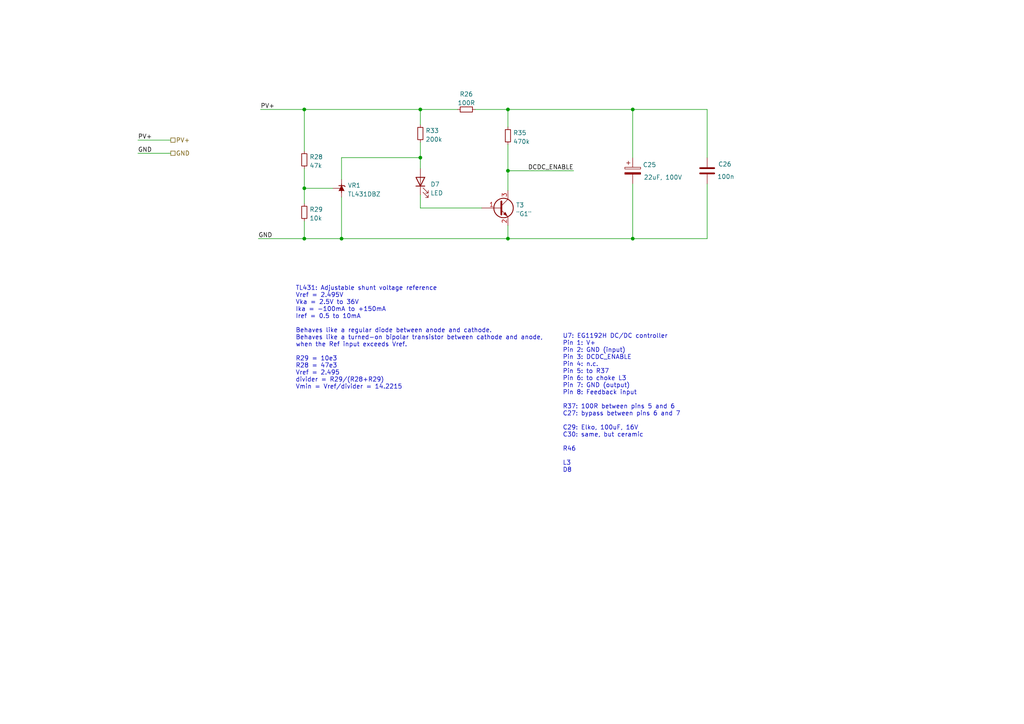
<source format=kicad_sch>
(kicad_sch (version 20211123) (generator eeschema)
  (paper "A4")
  (lib_symbols
    (symbol "Device:C" (pin_numbers hide) (pin_names (offset 0.254))
      (property "Reference" "C" (at 0.635 2.54 0))
      (property "Value" "C" (at 0.635 -2.54 0))
      (symbol "C_0_1"
        (polyline (pts (xy -2.032 -0.762) (xy 2.032 -0.762)) (stroke (width 0.508)))
        (polyline (pts (xy -2.032 0.762) (xy 2.032 0.762)) (stroke (width 0.508)))
      )
      (symbol "C_1_1"
        (pin passive line (at 0 3.81 270) (length 2.794) (name "~") (number "1"))
        (pin passive line (at 0 -3.81 90) (length 2.794) (name "~") (number "2"))
      )
    )
    (symbol "Device:C_Polarized" (pin_numbers hide) (pin_names (offset 0.254))
      (property "Reference" "C" (at 0.635 2.54 0))
      (property "Value" "C_Polarized" (at 0.635 -2.54 0))
      (symbol "C_Polarized_0_1"
        (rectangle (start -2.286 0.508) (end 2.286 1.016))
        (polyline (pts (xy -1.778 2.286) (xy -0.762 2.286)))
        (polyline (pts (xy -1.27 2.794) (xy -1.27 1.778)))
        (rectangle (start 2.286 -0.508) (end -2.286 -1.016) (fill (type outline)))
      )
      (symbol "C_Polarized_1_1"
        (pin passive line (at 0 3.81 270) (length 2.794) (name "~") (number "1"))
        (pin passive line (at 0 -3.81 90) (length 2.794) (name "~") (number "2"))
      )
    )
    (symbol "Device:LED" (pin_numbers hide) (pin_names (offset 1.016) hide)
      (property "Reference" "D" (at 0 2.54 0))
      (property "Value" "LED" (at 0 -2.54 0))
      (symbol "LED_0_1"
        (polyline (pts (xy -1.27 -1.27) (xy -1.27 1.27)) (stroke (width 0.254)))
        (polyline (pts (xy -1.27 0) (xy 1.27 0)))
        (polyline (pts (xy 1.27 -1.27) (xy 1.27 1.27) (xy -1.27 0) (xy 1.27 -1.27)) (stroke (width 0.254)))
        (polyline (pts (xy -3.048 -0.762) (xy -4.572 -2.286) (xy -3.81 -2.286) (xy -4.572 -2.286) (xy -4.572 -1.524)))
        (polyline (pts (xy -1.778 -0.762) (xy -3.302 -2.286) (xy -2.54 -2.286) (xy -3.302 -2.286) (xy -3.302 -1.524)))
      )
      (symbol "LED_1_1"
        (pin passive line (at -3.81 0 0) (length 2.54) (name "K") (number "1"))
        (pin passive line (at 3.81 0 180) (length 2.54) (name "A") (number "2"))
      )
    )
    (symbol "Device:Q_NPN_BEC" (pin_names (offset 0) hide)
      (property "Reference" "Q" (at 5.08 1.27 0))
      (property "Value" "Q_NPN_BEC" (at 5.08 -1.27 0))
      (symbol "Q_NPN_BEC_0_1"
        (polyline (pts (xy 0.635 0.635) (xy 2.54 2.54)))
        (polyline (pts (xy 0.635 -0.635) (xy 2.54 -2.54) (xy 2.54 -2.54)))
        (polyline (pts (xy 0.635 1.905) (xy 0.635 -1.905) (xy 0.635 -1.905)) (stroke (width 0.508)))
        (polyline (pts (xy 1.27 -1.778) (xy 1.778 -1.27) (xy 2.286 -2.286) (xy 1.27 -1.778) (xy 1.27 -1.778)) (fill (type outline)))
        (circle (center 1.27 0) (radius 2.8194) (stroke (width 0.254)))
      )
      (symbol "Q_NPN_BEC_1_1"
        (pin input line (at -5.08 0 0) (length 5.715) (name "B") (number "1"))
        (pin passive line (at 2.54 -5.08 90) (length 2.54) (name "E") (number "2"))
        (pin passive line (at 2.54 5.08 270) (length 2.54) (name "C") (number "3"))
      )
    )
    (symbol "Device:R_Small" (pin_numbers hide) (pin_names (offset 0.254) hide)
      (property "Reference" "R" (at 0.762 0.508 0))
      (property "Value" "R_Small" (at 0.762 -1.016 0))
      (symbol "R_Small_0_1"
        (rectangle (start -0.762 1.778) (end 0.762 -1.778) (stroke (width 0.2032)))
      )
      (symbol "R_Small_1_1"
        (pin passive line (at 0 2.54 270) (length 0.762) (name "~") (number "1"))
        (pin passive line (at 0 -2.54 90) (length 0.762) (name "~") (number "2"))
      )
    )
    (symbol "Reference_Voltage:TL431DBZ" (pin_numbers hide) (pin_names hide)
      (property "Reference" "U" (at -2.54 2.54 0))
      (property "Value" "TL431DBZ" (at 0 -2.54 0))
      (symbol "TL431DBZ_0_1"
        (polyline (pts (xy -1.27 0) (xy 0 0) (xy 1.27 0)))
        (polyline (pts (xy -0.762 0.762) (xy 0.762 0) (xy -0.762 -0.762)) (fill (type outline)))
        (polyline (pts (xy 0.508 -1.016) (xy 0.762 -0.762) (xy 0.762 0.762) (xy 0.762 0.762)) (stroke (width 0.254)))
      )
      (symbol "TL431DBZ_1_1"
        (pin passive line (at 2.54 0 180) (length 2.54) (name "K") (number "1"))
        (pin passive line (at 0 2.54 270) (length 2.54) (name "REF") (number "2"))
        (pin passive line (at -2.54 0 0) (length 2.54) (name "A") (number "3"))
      )
    )
  )
  (junction (at 88.265 69.215))
  (junction (at 121.92 45.72))
  (junction (at 183.515 31.75))
  (junction (at 88.265 31.75))
  (junction (at 147.32 31.75))
  (junction (at 183.515 69.215))
  (junction (at 147.32 69.215))
  (junction (at 99.06 69.215))
  (junction (at 88.265 54.61))
  (junction (at 147.32 49.53))
  (junction (at 121.92 31.75))
  (wire (pts (xy 147.32 31.75) (xy 183.515 31.75)))
  (wire (pts (xy 121.92 31.75) (xy 132.715 31.75)))
  (wire (pts (xy 183.515 53.34) (xy 183.515 69.215)))
  (wire (pts (xy 40.005 44.45) (xy 49.53 44.45)))
  (wire (pts (xy 147.32 41.91) (xy 147.32 49.53)))
  (wire (pts (xy 121.92 60.325) (xy 121.92 56.515)))
  (wire (pts (xy 205.105 69.215) (xy 183.515 69.215)))
  (wire (pts (xy 99.06 57.15) (xy 99.06 69.215)))
  (wire (pts (xy 74.93 69.215) (xy 88.265 69.215)))
  (wire (pts (xy 139.7 60.325) (xy 121.92 60.325)))
  (wire (pts (xy 40.005 40.64) (xy 49.53 40.64)))
  (wire (pts (xy 205.105 31.75) (xy 205.105 45.72)))
  (wire (pts (xy 96.52 54.61) (xy 88.265 54.61)))
  (wire (pts (xy 75.565 31.75) (xy 88.265 31.75)))
  (wire (pts (xy 88.265 69.215) (xy 99.06 69.215)))
  (wire (pts (xy 183.515 31.75) (xy 183.515 45.72)))
  (wire (pts (xy 147.32 49.53) (xy 166.37 49.53)))
  (wire (pts (xy 183.515 31.75) (xy 205.105 31.75)))
  (wire (pts (xy 147.32 36.83) (xy 147.32 31.75)))
  (wire (pts (xy 88.265 31.75) (xy 121.92 31.75)))
  (wire (pts (xy 121.92 48.895) (xy 121.92 45.72)))
  (wire (pts (xy 147.32 69.215) (xy 183.515 69.215)))
  (wire (pts (xy 99.06 45.72) (xy 121.92 45.72)))
  (wire (pts (xy 137.795 31.75) (xy 147.32 31.75)))
  (wire (pts (xy 99.06 52.07) (xy 99.06 45.72)))
  (wire (pts (xy 88.265 54.61) (xy 88.265 48.895)))
  (wire (pts (xy 147.32 49.53) (xy 147.32 55.245)))
  (wire (pts (xy 121.92 36.195) (xy 121.92 31.75)))
  (wire (pts (xy 121.92 45.72) (xy 121.92 41.275)))
  (wire (pts (xy 88.265 31.75) (xy 88.265 43.815)))
  (wire (pts (xy 99.06 69.215) (xy 147.32 69.215)))
  (wire (pts (xy 147.32 65.405) (xy 147.32 69.215)))
  (wire (pts (xy 88.265 64.135) (xy 88.265 69.215)))
  (wire (pts (xy 205.105 53.34) (xy 205.105 69.215)))
  (wire (pts (xy 88.265 54.61) (xy 88.265 59.055)))
  (text "TL431: Adjustable shunt voltage reference\nVref = 2.495V\nVka = 2.5V to 36V\nIka = -100mA to +150mA\nIref = 0.5 to 10mA\n\nBehaves like a regular diode between anode and cathode.\nBehaves like a turned-on bipolar transistor between cathode and anode,\nwhen the Ref input exceeds Vref.\n\nR29 = 10e3\nR28 = 47e3\nVref = 2.495\ndivider = R29/(R28+R29)\nVmin = Vref/divider = 14.2215\n" (at 85.725 113.03 0) (effects (font (size 1.27 1.27)) (justify left bottom)))
  (text "U7: EG1192H DC/DC controller\nPin 1: V+\nPin 2: GND (input)\nPin 3: DCDC_ENABLE\nPin 4: n.c.\nPin 5: to R37\nPin 6: to choke L3\nPin 7: GND (output)\nPin 8: Feedback input\n\nR37: 100R between pins 5 and 6\nC27: bypass between pins 6 and 7\n\nC29: Elko, 100uF, 16V\nC30: same, but ceramic\n\nR46\n\nL3\nD8\n" (at 163.195 137.16 0) (effects (font (size 1.27 1.27)) (justify left bottom)))
  (label "PV+" (at 75.565 31.75 0))
  (label "DCDC_ENABLE" (at 166.37 49.53 180))
  (label "PV+" (at 40.005 40.64 0))
  (label "GND" (at 40.005 44.45 0))
  (label "GND" (at 74.93 69.215 0))
  (hierarchical_label "GND" (shape passive) (at 49.53 44.45 0))
  (hierarchical_label "PV+" (shape passive) (at 49.53 40.64 0))
  (symbol (lib_id "Reference_Voltage:TL431DBZ") (at 99.06 54.61 90) (unit 1)
    (property "Reference" "VR1" (at 100.838 53.7753 90) (effects (justify right)))
    (property "Value" "TL431DBZ" (at 100.838 56.3122 90) (effects (justify right)))
    (property "Footprint" "Package_TO_SOT_SMD:SOT-23" (effects hide))
    (property "Datasheet" "http://www.ti.com/lit/ds/symlink/tl431.pdf" (effects hide))
  )
  (symbol (lib_id "Device:R_Small") (at 88.265 61.595 0) (mirror y) (unit 1)
    (property "Reference" "R29" (at 89.7636 60.7603 0) (effects (justify right)))
    (property "Value" "10k" (at 89.7636 63.2972 0) (effects (justify right)))
  )
  (symbol (lib_id "Device:C_Polarized") (at 183.515 49.53 0) (unit 1)
    (property "Reference" "C25" (at 186.436 47.8063 0) (effects (justify left)))
    (property "Value" "22uF, 100V" (at 186.69 51.435 0) (effects (justify left)))
  )
  (symbol (lib_id "Device:R_Small") (at 135.255 31.75 90) (unit 1)
    (property "Reference" "R26" (at 135.255 27.3136 90))
    (property "Value" "100R" (at 135.255 29.8505 90))
  )
  (symbol (lib_id "Device:Q_NPN_BEC") (at 144.78 60.325 0) (unit 1)
    (property "Reference" "T3" (at 149.6314 59.4903 0) (effects (justify left)))
    (property "Value" "\"G1\"" (at 149.6314 62.0272 0) (effects (justify left)))
  )
  (symbol (lib_id "Device:R_Small") (at 88.265 46.355 0) (unit 1)
    (property "Reference" "R28" (at 89.7636 45.5203 0) (effects (justify left)))
    (property "Value" "47k" (at 89.7636 48.0572 0) (effects (justify left)))
  )
  (symbol (lib_id "Device:C") (at 205.105 49.53 0) (unit 1)
    (property "Reference" "C26" (at 208.28 47.625 0) (effects (justify left)))
    (property "Value" "100n" (at 208.026 51.2322 0) (effects (justify left)))
  )
  (symbol (lib_id "Device:R_Small") (at 147.32 39.37 0) (unit 1)
    (property "Reference" "R35" (at 148.8186 38.5353 0) (effects (justify left)))
    (property "Value" "470k" (at 148.8186 41.0722 0) (effects (justify left)))
  )
  (symbol (lib_id "Device:LED") (at 121.92 52.705 90) (unit 1)
    (property "Reference" "D7" (at 124.841 53.4578 90) (effects (justify right)))
    (property "Value" "LED" (at 124.841 55.9947 90) (effects (justify right)))
  )
  (symbol (lib_id "Device:R_Small") (at 121.92 38.735 0) (unit 1)
    (property "Reference" "R33" (at 123.4186 37.9003 0) (effects (justify left)))
    (property "Value" "200k" (at 123.4186 40.4372 0) (effects (justify left)))
  )
)
</source>
